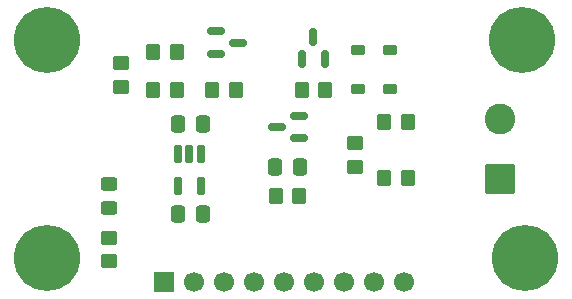
<source format=gbr>
%TF.GenerationSoftware,KiCad,Pcbnew,9.0.3*%
%TF.CreationDate,2025-12-07T20:25:51-06:00*%
%TF.ProjectId,VoltmeterFrontEnd_b,566f6c74-6d65-4746-9572-46726f6e7445,rev?*%
%TF.SameCoordinates,Original*%
%TF.FileFunction,Soldermask,Top*%
%TF.FilePolarity,Negative*%
%FSLAX46Y46*%
G04 Gerber Fmt 4.6, Leading zero omitted, Abs format (unit mm)*
G04 Created by KiCad (PCBNEW 9.0.3) date 2025-12-07 20:25:51*
%MOMM*%
%LPD*%
G01*
G04 APERTURE LIST*
G04 Aperture macros list*
%AMRoundRect*
0 Rectangle with rounded corners*
0 $1 Rounding radius*
0 $2 $3 $4 $5 $6 $7 $8 $9 X,Y pos of 4 corners*
0 Add a 4 corners polygon primitive as box body*
4,1,4,$2,$3,$4,$5,$6,$7,$8,$9,$2,$3,0*
0 Add four circle primitives for the rounded corners*
1,1,$1+$1,$2,$3*
1,1,$1+$1,$4,$5*
1,1,$1+$1,$6,$7*
1,1,$1+$1,$8,$9*
0 Add four rect primitives between the rounded corners*
20,1,$1+$1,$2,$3,$4,$5,0*
20,1,$1+$1,$4,$5,$6,$7,0*
20,1,$1+$1,$6,$7,$8,$9,0*
20,1,$1+$1,$8,$9,$2,$3,0*%
G04 Aperture macros list end*
%ADD10C,1.700000*%
%ADD11R,1.700000X1.700000*%
%ADD12C,5.600000*%
%ADD13C,3.600000*%
%ADD14RoundRect,0.250000X-0.350000X-0.450000X0.350000X-0.450000X0.350000X0.450000X-0.350000X0.450000X0*%
%ADD15RoundRect,0.250000X0.350000X0.450000X-0.350000X0.450000X-0.350000X-0.450000X0.350000X-0.450000X0*%
%ADD16RoundRect,0.250000X0.450000X-0.350000X0.450000X0.350000X-0.450000X0.350000X-0.450000X-0.350000X0*%
%ADD17RoundRect,0.150000X0.587500X0.150000X-0.587500X0.150000X-0.587500X-0.150000X0.587500X-0.150000X0*%
%ADD18RoundRect,0.250000X-0.337500X-0.475000X0.337500X-0.475000X0.337500X0.475000X-0.337500X0.475000X0*%
%ADD19RoundRect,0.162500X-0.162500X0.617500X-0.162500X-0.617500X0.162500X-0.617500X0.162500X0.617500X0*%
%ADD20RoundRect,0.150000X-0.587500X-0.150000X0.587500X-0.150000X0.587500X0.150000X-0.587500X0.150000X0*%
%ADD21RoundRect,0.225000X0.375000X-0.225000X0.375000X0.225000X-0.375000X0.225000X-0.375000X-0.225000X0*%
%ADD22RoundRect,0.250000X0.337500X0.475000X-0.337500X0.475000X-0.337500X-0.475000X0.337500X-0.475000X0*%
%ADD23RoundRect,0.250000X1.050000X-1.050000X1.050000X1.050000X-1.050000X1.050000X-1.050000X-1.050000X0*%
%ADD24C,2.600000*%
%ADD25RoundRect,0.225000X-0.375000X0.225000X-0.375000X-0.225000X0.375000X-0.225000X0.375000X0.225000X0*%
%ADD26RoundRect,0.150000X0.150000X-0.587500X0.150000X0.587500X-0.150000X0.587500X-0.150000X-0.587500X0*%
%ADD27RoundRect,0.250000X-0.450000X0.325000X-0.450000X-0.325000X0.450000X-0.325000X0.450000X0.325000X0*%
G04 APERTURE END LIST*
D10*
%TO.C,J1*%
X124250000Y-86000000D03*
X121710000Y-86000000D03*
X119170000Y-86000000D03*
X116630000Y-86000000D03*
X114090000Y-86000000D03*
X111550000Y-86000000D03*
X109010000Y-86000000D03*
X106470000Y-86000000D03*
D11*
X103930000Y-86000000D03*
%TD*%
D12*
%TO.C,H3*%
X134500000Y-84000000D03*
D13*
X134500000Y-84000000D03*
%TD*%
D12*
%TO.C,H4*%
X94000000Y-84000000D03*
D13*
X94000000Y-84000000D03*
%TD*%
D14*
%TO.C,R27*%
X113373500Y-78752000D03*
X115373500Y-78752000D03*
%TD*%
D15*
%TO.C,R18*%
X124586000Y-77252000D03*
X122586000Y-77252000D03*
%TD*%
D16*
%TO.C,R14*%
X120086000Y-76252000D03*
X120086000Y-74252000D03*
%TD*%
D17*
%TO.C,U10*%
X115356500Y-73830000D03*
X115356500Y-71930000D03*
X113481500Y-72880000D03*
%TD*%
D18*
%TO.C,C9*%
X105131000Y-80249940D03*
X107206000Y-80249940D03*
%TD*%
D16*
%TO.C,R1*%
X99250000Y-84250000D03*
X99250000Y-82250000D03*
%TD*%
D15*
%TO.C,R17*%
X124586000Y-72502000D03*
X122586000Y-72502000D03*
%TD*%
D14*
%TO.C,R7*%
X103000000Y-66500000D03*
X105000000Y-66500000D03*
%TD*%
D19*
%TO.C,U7*%
X107036000Y-75169940D03*
X106086000Y-75169940D03*
X105136000Y-75169940D03*
X105136000Y-77869940D03*
X107036000Y-77869940D03*
%TD*%
D16*
%TO.C,R3*%
X100250000Y-69500000D03*
X100250000Y-67500000D03*
%TD*%
D20*
%TO.C,Q3*%
X108312500Y-64800000D03*
X108312500Y-66700000D03*
X110187500Y-65750000D03*
%TD*%
D14*
%TO.C,R12*%
X103000000Y-69750000D03*
X105000000Y-69750000D03*
%TD*%
D21*
%TO.C,D4*%
X120336000Y-69652000D03*
X120336000Y-66352000D03*
%TD*%
D15*
%TO.C,R24*%
X117586000Y-69752000D03*
X115586000Y-69752000D03*
%TD*%
D22*
%TO.C,C10*%
X107206000Y-72629940D03*
X105131000Y-72629940D03*
%TD*%
D23*
%TO.C,J15*%
X132417500Y-77297000D03*
D24*
X132417500Y-72217000D03*
%TD*%
D25*
%TO.C,D5*%
X123086000Y-66352000D03*
X123086000Y-69652000D03*
%TD*%
D26*
%TO.C,Q8*%
X115636000Y-67127000D03*
X117536000Y-67127000D03*
X116586000Y-65252000D03*
%TD*%
D14*
%TO.C,R8*%
X108000000Y-69750000D03*
X110000000Y-69750000D03*
%TD*%
D13*
%TO.C,H2*%
X134250000Y-65500000D03*
D12*
X134250000Y-65500000D03*
%TD*%
D27*
%TO.C,D1*%
X99250000Y-77725000D03*
X99250000Y-79775000D03*
%TD*%
D18*
%TO.C,C17*%
X113336000Y-76252000D03*
X115411000Y-76252000D03*
%TD*%
D13*
%TO.C,H1*%
X94000000Y-65500000D03*
D12*
X94000000Y-65500000D03*
%TD*%
M02*

</source>
